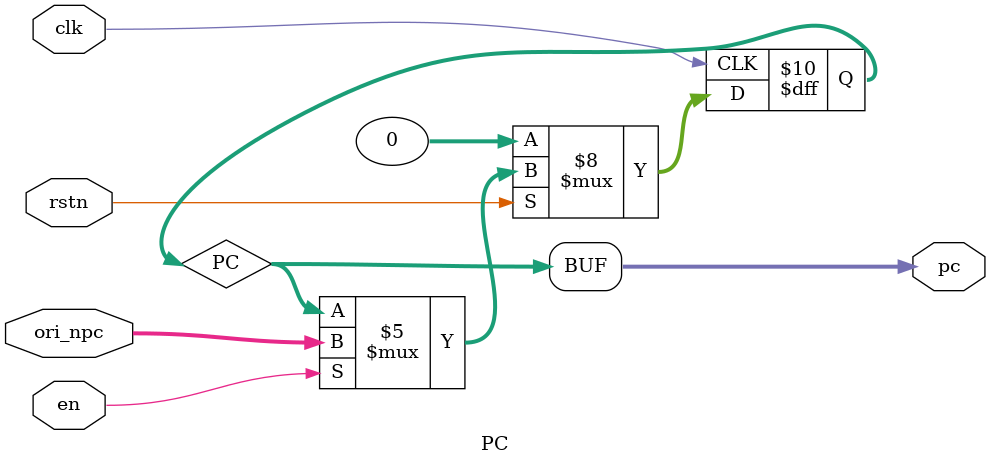
<source format=v>
`timescale 1ns / 1ps


module PC(
    input [31:0] ori_npc,
    input clk,
    input en,   //bubble
    input rstn,
    output [31:0] pc
);
reg [31:0] PC = 32'b0;
always @(posedge clk) begin
    if(!rstn)
        PC <= 32'b0;
    else if(en)
        PC <= ori_npc;
    else
        PC <= PC;
end
assign pc = PC;
endmodule

</source>
